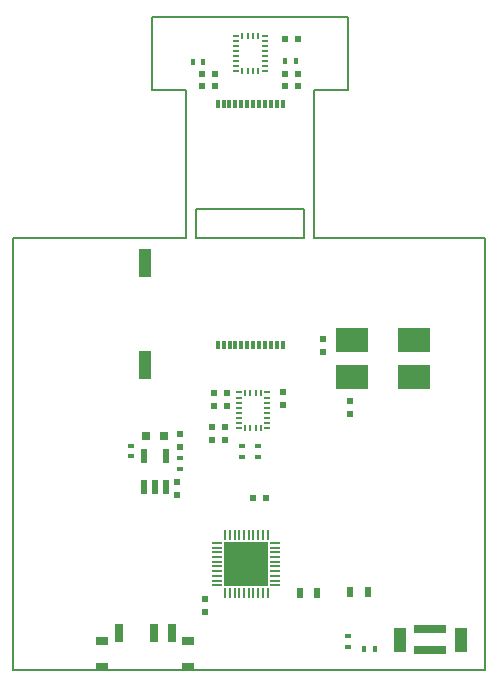
<source format=gbr>
%TF.GenerationSoftware,KiCad,Pcbnew,4.0.7*%
%TF.CreationDate,2019-02-19T19:06:54-06:00*%
%TF.ProjectId,GolfGloveMainBoardV1.0.0,476F6C66476C6F76654D61696E426F61,rev?*%
%TF.FileFunction,Paste,Top*%
%FSLAX46Y46*%
G04 Gerber Fmt 4.6, Leading zero omitted, Abs format (unit mm)*
G04 Created by KiCad (PCBNEW 4.0.7) date 02/19/19 19:06:54*
%MOMM*%
%LPD*%
G01*
G04 APERTURE LIST*
%ADD10C,0.100000*%
%ADD11C,0.150000*%
%ADD12R,0.220000X0.810000*%
%ADD13R,0.810000X0.220000*%
%ADD14R,3.700000X3.700000*%
%ADD15R,0.300000X0.700000*%
%ADD16R,2.700000X2.100000*%
%ADD17R,0.530000X0.280000*%
%ADD18R,0.280000X0.530000*%
%ADD19R,1.000000X2.000000*%
%ADD20R,2.800000X0.700000*%
%ADD21R,0.500000X0.600000*%
%ADD22R,0.600000X0.500000*%
%ADD23R,0.800000X0.750000*%
%ADD24R,0.400000X0.600000*%
%ADD25R,0.500000X0.900000*%
%ADD26R,0.600000X0.400000*%
%ADD27R,0.700000X1.500000*%
%ADD28R,1.000000X0.800000*%
%ADD29R,1.120000X2.440000*%
%ADD30R,0.558800X1.270000*%
G04 APERTURE END LIST*
D10*
D11*
X118120000Y-123130000D02*
X118120000Y-125640000D01*
X127220000Y-123130000D02*
X118120000Y-123130000D01*
X127220000Y-125640000D02*
X127220000Y-123130000D01*
X118130000Y-125640000D02*
X127220000Y-125640000D01*
X102580000Y-162200000D02*
X102570000Y-162200000D01*
X102580000Y-125640000D02*
X102580000Y-162200000D01*
X117250000Y-125640000D02*
X102580000Y-125640000D01*
X117250000Y-113080000D02*
X117250000Y-125640000D01*
X114340000Y-113080000D02*
X117250000Y-113080000D01*
X114340000Y-106880000D02*
X114340000Y-113080000D01*
X130990000Y-106880000D02*
X114340000Y-106880000D01*
X130990000Y-113080000D02*
X130990000Y-106880000D01*
X128090000Y-113080000D02*
X130990000Y-113080000D01*
X128090000Y-125650000D02*
X128090000Y-113080000D01*
X142570000Y-125650000D02*
X128090000Y-125650000D01*
X142570000Y-162200000D02*
X142570000Y-125650000D01*
X102580000Y-162200000D02*
X142570000Y-162200000D01*
D10*
G36*
X122530038Y-151735000D02*
X123840000Y-151735000D01*
X123840000Y-153044962D01*
X122530038Y-153044962D01*
X122530038Y-151735000D01*
G37*
G36*
X120859210Y-151735000D02*
X122170000Y-151735000D01*
X122170000Y-153044905D01*
X120859210Y-153044905D01*
X120859210Y-151735000D01*
G37*
G36*
X120859950Y-153405000D02*
X122170000Y-153405000D01*
X122170000Y-154715050D01*
X120859950Y-154715050D01*
X120859950Y-153405000D01*
G37*
G36*
X122530230Y-153405000D02*
X123840000Y-153405000D01*
X123840000Y-154716910D01*
X122530230Y-154716910D01*
X122530230Y-153405000D01*
G37*
D12*
X120550000Y-155680000D03*
X120950000Y-155680000D03*
X121350000Y-155680000D03*
X121750000Y-155680000D03*
X122150000Y-155680000D03*
X122550000Y-155680000D03*
X122950000Y-155680000D03*
X123350000Y-155680000D03*
X123750000Y-155680000D03*
X124150000Y-155680000D03*
X124150000Y-150770000D03*
X123750000Y-150770000D03*
X123350000Y-150770000D03*
X122950000Y-150770000D03*
X122550000Y-150770000D03*
X122150000Y-150770000D03*
X121750000Y-150770000D03*
X121350000Y-150770000D03*
X120950000Y-150770000D03*
X120550000Y-150770000D03*
D13*
X119895000Y-151425000D03*
X119895000Y-151825000D03*
X119895000Y-152225000D03*
X119895000Y-152625000D03*
X119895000Y-153025000D03*
X119895000Y-153425000D03*
X119895000Y-153825000D03*
X119895000Y-154225000D03*
X119895000Y-154625000D03*
X119895000Y-155025000D03*
X124805000Y-155025000D03*
X124805000Y-154625000D03*
X124805000Y-154225000D03*
X124805000Y-153825000D03*
X124805000Y-153425000D03*
X124805000Y-153025000D03*
X124805000Y-152625000D03*
X124805000Y-152225000D03*
X124805000Y-151825000D03*
X124805000Y-151425000D03*
D14*
X122350000Y-153225000D03*
D15*
X119915000Y-114235000D03*
X120415000Y-114235000D03*
X120915000Y-114235000D03*
X121415000Y-114235000D03*
X121915000Y-114235000D03*
X122415000Y-114235000D03*
X122915000Y-114235000D03*
X125415000Y-114235000D03*
X124415000Y-114235000D03*
X123915000Y-114235000D03*
X123415000Y-114235000D03*
X124915000Y-114235000D03*
D16*
X131260000Y-137350000D03*
X136560000Y-137350000D03*
X136560000Y-134250000D03*
X131260000Y-134250000D03*
D15*
X125425000Y-134670000D03*
X124925000Y-134670000D03*
X124425000Y-134670000D03*
X123925000Y-134670000D03*
X123425000Y-134670000D03*
X122925000Y-134670000D03*
X122425000Y-134670000D03*
X119925000Y-134670000D03*
X120925000Y-134670000D03*
X121425000Y-134670000D03*
X121925000Y-134670000D03*
X120425000Y-134670000D03*
D17*
X121445000Y-111510000D03*
D18*
X122020000Y-111475000D03*
X122450000Y-111475000D03*
X122880000Y-111475000D03*
X123310000Y-111475000D03*
D17*
X123885000Y-111510000D03*
X123885000Y-111080000D03*
X123885000Y-110650000D03*
X123885000Y-110220000D03*
X123885000Y-109790000D03*
X123885000Y-109360000D03*
X123885000Y-108930000D03*
X123885000Y-108500000D03*
D18*
X123310000Y-108535000D03*
X122880000Y-108535000D03*
X122450000Y-108535000D03*
X122020000Y-108535000D03*
D17*
X121445000Y-108500000D03*
X121445000Y-108930000D03*
X121445000Y-109360000D03*
X121445000Y-109790000D03*
X121445000Y-110220000D03*
X121445000Y-110650000D03*
X121445000Y-111080000D03*
D19*
X135337500Y-159612500D03*
X140537500Y-159612500D03*
D20*
X137937500Y-158762500D03*
X137937500Y-160462500D03*
D21*
X116697500Y-143342500D03*
X116697500Y-142242500D03*
X116472500Y-146292500D03*
X116472500Y-147392500D03*
X119610000Y-138750000D03*
X119610000Y-139850000D03*
X125410000Y-139750000D03*
X125410000Y-138650000D03*
D22*
X119460000Y-141600000D03*
X120560000Y-141600000D03*
D21*
X120710000Y-138750000D03*
X120710000Y-139850000D03*
D22*
X120560000Y-142700000D03*
X119460000Y-142700000D03*
X125615000Y-112755000D03*
X126715000Y-112755000D03*
D21*
X118835000Y-156215000D03*
X118835000Y-157315000D03*
D22*
X123990000Y-147640000D03*
X122890000Y-147640000D03*
X119715000Y-112755000D03*
X118615000Y-112755000D03*
X125615000Y-111755000D03*
X126715000Y-111755000D03*
X126715000Y-108755000D03*
X125615000Y-108755000D03*
X119715000Y-111755000D03*
X118615000Y-111755000D03*
D21*
X128830000Y-134170000D03*
X128830000Y-135270000D03*
X131150000Y-139410000D03*
X131150000Y-140510000D03*
D23*
X115372500Y-142367500D03*
X113872500Y-142367500D03*
D24*
X132350000Y-160450000D03*
X133250000Y-160450000D03*
D25*
X128350000Y-155700000D03*
X126850000Y-155700000D03*
X132625000Y-155550000D03*
X131125000Y-155550000D03*
D26*
X130950000Y-159350000D03*
X130950000Y-160250000D03*
X112622500Y-144092500D03*
X112622500Y-143192500D03*
X116722500Y-145142500D03*
X116722500Y-144242500D03*
X122010000Y-143250000D03*
X122010000Y-144150000D03*
X123360000Y-143250000D03*
X123360000Y-144150000D03*
D24*
X118715000Y-110755000D03*
X117815000Y-110755000D03*
X125615000Y-110655000D03*
X126515000Y-110655000D03*
D27*
X111550000Y-159070000D03*
X114550000Y-159070000D03*
X116050000Y-159070000D03*
D28*
X110150000Y-161930000D03*
X117450000Y-161930000D03*
X117450000Y-159720000D03*
X110150000Y-159720000D03*
D29*
X113730000Y-127755000D03*
X113730000Y-136365000D03*
D30*
X113657700Y-146662900D03*
X114597500Y-146662900D03*
X115537300Y-146662900D03*
X115537300Y-144072100D03*
X113657700Y-144072100D03*
D17*
X121690000Y-141705000D03*
D18*
X122265000Y-141670000D03*
X122695000Y-141670000D03*
X123125000Y-141670000D03*
X123555000Y-141670000D03*
D17*
X124130000Y-141705000D03*
X124130000Y-141275000D03*
X124130000Y-140845000D03*
X124130000Y-140415000D03*
X124130000Y-139985000D03*
X124130000Y-139555000D03*
X124130000Y-139125000D03*
X124130000Y-138695000D03*
D18*
X123555000Y-138730000D03*
X123125000Y-138730000D03*
X122695000Y-138730000D03*
X122265000Y-138730000D03*
D17*
X121690000Y-138695000D03*
X121690000Y-139125000D03*
X121690000Y-139555000D03*
X121690000Y-139985000D03*
X121690000Y-140415000D03*
X121690000Y-140845000D03*
X121690000Y-141275000D03*
M02*

</source>
